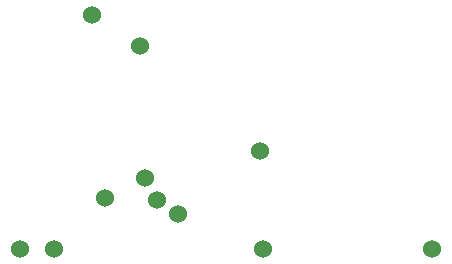
<source format=gbr>
G04 #@! TF.FileFunction,Paste,Top*
%FSLAX46Y46*%
G04 Gerber Fmt 4.6, Leading zero omitted, Abs format (unit mm)*
G04 Created by KiCad (PCBNEW 4.0.6-e0-6349~53~ubuntu14.04.1) date Tue Jun 27 14:22:21 2017*
%MOMM*%
%LPD*%
G01*
G04 APERTURE LIST*
%ADD10C,0.100000*%
%ADD11C,1.524000*%
G04 APERTURE END LIST*
D10*
D11*
X148000000Y-91300000D03*
X162300000Y-91300000D03*
X127400000Y-91300000D03*
X130300000Y-91300000D03*
X139000000Y-87200000D03*
X133500000Y-71500000D03*
X138000000Y-85300000D03*
X137600000Y-74100000D03*
X140800000Y-88400000D03*
X147700000Y-83000000D03*
X134600000Y-87000000D03*
M02*

</source>
